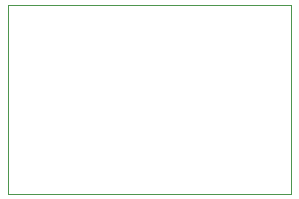
<source format=gbr>
G04 #@! TF.GenerationSoftware,KiCad,Pcbnew,6.0.11+dfsg-1~bpo11+1*
G04 #@! TF.CreationDate,2023-05-03T19:13:22+00:00*
G04 #@! TF.ProjectId,huibike,68756962-696b-4652-9e6b-696361645f70,rev?*
G04 #@! TF.SameCoordinates,Original*
G04 #@! TF.FileFunction,Profile,NP*
%FSLAX46Y46*%
G04 Gerber Fmt 4.6, Leading zero omitted, Abs format (unit mm)*
G04 Created by KiCad (PCBNEW 6.0.11+dfsg-1~bpo11+1) date 2023-05-03 19:13:22*
%MOMM*%
%LPD*%
G01*
G04 APERTURE LIST*
G04 #@! TA.AperFunction,Profile*
%ADD10C,0.100000*%
G04 #@! TD*
G04 APERTURE END LIST*
D10*
X106000000Y-50000000D02*
X106000000Y-66000000D01*
X82000000Y-50000000D02*
X106000000Y-50000000D01*
X82000000Y-66000000D02*
X106000000Y-66000000D01*
X82000000Y-50000000D02*
X82000000Y-66000000D01*
M02*

</source>
